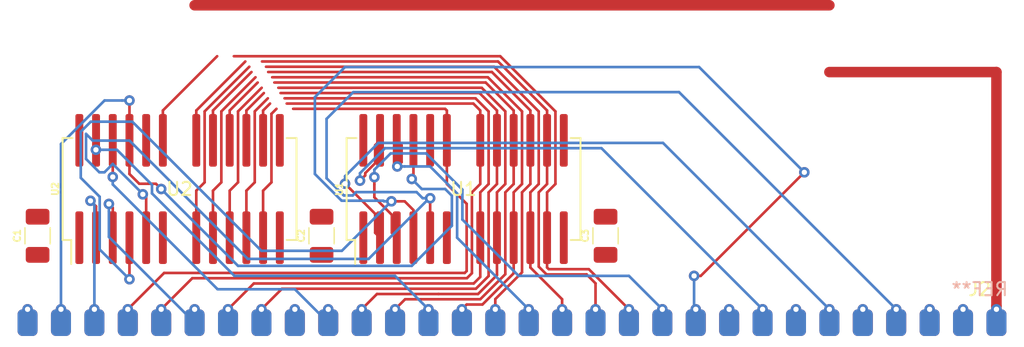
<source format=kicad_pcb>
(kicad_pcb (version 20171130) (host pcbnew "(5.0.0-3-g0214c9d)")

  (general
    (thickness 1.6)
    (drawings 0)
    (tracks 298)
    (zones 0)
    (modules 6)
    (nets 32)
  )

  (page A4)
  (layers
    (0 F.Cu signal)
    (31 B.Cu signal)
    (32 B.Adhes user)
    (33 F.Adhes user)
    (34 B.Paste user)
    (35 F.Paste user)
    (36 B.SilkS user)
    (37 F.SilkS user)
    (38 B.Mask user)
    (39 F.Mask user)
    (40 Dwgs.User user)
    (41 Cmts.User user)
    (42 Eco1.User user)
    (43 Eco2.User user)
    (44 Edge.Cuts user)
    (45 Margin user)
    (46 B.CrtYd user)
    (47 F.CrtYd user)
    (48 B.Fab user)
    (49 F.Fab user)
  )

  (setup
    (last_trace_width 0.2)
    (user_trace_width 0.2)
    (user_trace_width 0.8)
    (trace_clearance 0.2)
    (zone_clearance 0.2)
    (zone_45_only no)
    (trace_min 0.2)
    (segment_width 0.2)
    (edge_width 0.15)
    (via_size 0.8)
    (via_drill 0.4)
    (via_min_size 0.4)
    (via_min_drill 0.3)
    (uvia_size 0.3)
    (uvia_drill 0.1)
    (uvias_allowed no)
    (uvia_min_size 0.2)
    (uvia_min_drill 0.1)
    (pcb_text_width 0.3)
    (pcb_text_size 1.5 1.5)
    (mod_edge_width 0.15)
    (mod_text_size 1 1)
    (mod_text_width 0.15)
    (pad_size 1.524 1.524)
    (pad_drill 0.762)
    (pad_to_mask_clearance 0.2)
    (aux_axis_origin 0 0)
    (visible_elements FFFFFF7F)
    (pcbplotparams
      (layerselection 0x010fc_ffffffff)
      (usegerberextensions false)
      (usegerberattributes false)
      (usegerberadvancedattributes false)
      (creategerberjobfile false)
      (excludeedgelayer true)
      (linewidth 0.100000)
      (plotframeref false)
      (viasonmask false)
      (mode 1)
      (useauxorigin false)
      (hpglpennumber 1)
      (hpglpenspeed 20)
      (hpglpendiameter 15.000000)
      (psnegative false)
      (psa4output false)
      (plotreference true)
      (plotvalue true)
      (plotinvisibletext false)
      (padsonsilk false)
      (subtractmaskfromsilk false)
      (outputformat 1)
      (mirror false)
      (drillshape 1)
      (scaleselection 1)
      (outputdirectory ""))
  )

  (net 0 "")
  (net 1 +5V)
  (net 2 /D0)
  (net 3 /D1)
  (net 4 /~WE~)
  (net 5 /~RAS~)
  (net 6 /~OE~)
  (net 7 /~CAS~)
  (net 8 /D2)
  (net 9 /D3)
  (net 10 GND)
  (net 11 /D4)
  (net 12 /D5)
  (net 13 /D6)
  (net 14 /A11)
  (net 15 /D7)
  (net 16 /QP)
  (net 17 /~CASP~)
  (net 18 /DP)
  (net 19 "Net-(U1-Pad6)")
  (net 20 "Net-(U2-Pad6)")
  (net 21 /1A0)
  (net 22 /1A1)
  (net 23 /1A2)
  (net 24 /1A3)
  (net 25 /1A4)
  (net 26 /1A5)
  (net 27 /1A6)
  (net 28 /1A7)
  (net 29 /1A8)
  (net 30 /1A10)
  (net 31 /1A9)

  (net_class Default "This is the default net class."
    (clearance 0.2)
    (trace_width 0.25)
    (via_dia 0.8)
    (via_drill 0.4)
    (uvia_dia 0.3)
    (uvia_drill 0.1)
    (add_net +5V)
    (add_net /1A0)
    (add_net /1A1)
    (add_net /1A10)
    (add_net /1A2)
    (add_net /1A3)
    (add_net /1A4)
    (add_net /1A5)
    (add_net /1A6)
    (add_net /1A7)
    (add_net /1A8)
    (add_net /1A9)
    (add_net /A11)
    (add_net /D0)
    (add_net /D1)
    (add_net /D2)
    (add_net /D3)
    (add_net /D4)
    (add_net /D5)
    (add_net /D6)
    (add_net /D7)
    (add_net /DP)
    (add_net /QP)
    (add_net /~CASP~)
    (add_net /~CAS~)
    (add_net /~OE~)
    (add_net /~RAS~)
    (add_net /~WE~)
    (add_net GND)
    (add_net "Net-(U1-Pad6)")
    (add_net "Net-(U2-Pad6)")
  )

  (module stdpads:Memory_SIMM_30 (layer F.Cu) (tedit 5C2DD7B4) (tstamp 5C2E4C79)
    (at 139.7 83.82)
    (path /5C2E1E12)
    (fp_text reference J2 (at 35.56 -2.54) (layer F.SilkS)
      (effects (font (size 1 1) (thickness 0.15)))
    )
    (fp_text value Conn_01x30 (at 0 -2.54) (layer F.Fab)
      (effects (font (size 1 1) (thickness 0.15)))
    )
    (fp_line (start -38.862 1.778) (end -38.862 -1.778) (layer B.Fab) (width 0.127))
    (fp_line (start 38.862 1.778) (end -38.862 1.778) (layer B.Fab) (width 0.127))
    (fp_text user REF** (at 35.56 -2.54) (layer B.SilkS)
      (effects (font (size 1 1) (thickness 0.15)) (justify mirror))
    )
    (fp_line (start 38.862 -1.778) (end 38.862 1.778) (layer F.Fab) (width 0.127))
    (fp_line (start 38.862 1.778) (end -38.862 1.778) (layer F.Fab) (width 0.127))
    (fp_line (start -38.862 1.778) (end -38.862 -1.778) (layer F.Fab) (width 0.127))
    (fp_line (start 38.862 -1.778) (end 38.862 1.778) (layer B.Fab) (width 0.127))
    (pad 1 smd roundrect (at -36.83 0) (size 1.524 2.032) (layers B.Cu B.Mask) (roundrect_rratio 0.25)
      (net 1 +5V))
    (pad 1 smd roundrect (at -36.83 0) (size 1.524 2.032) (layers F.Cu F.Mask) (roundrect_rratio 0.25)
      (net 1 +5V))
    (pad 2 smd roundrect (at -34.29 0) (size 1.524 2.032) (layers B.Cu B.Mask) (roundrect_rratio 0.25)
      (net 7 /~CAS~))
    (pad 3 smd roundrect (at -31.75 0) (size 1.524 2.032) (layers B.Cu B.Mask) (roundrect_rratio 0.25)
      (net 2 /D0))
    (pad 4 smd roundrect (at -29.21 0) (size 1.524 2.032) (layers B.Cu B.Mask) (roundrect_rratio 0.25)
      (net 31 /1A9))
    (pad 5 smd roundrect (at -26.67 0) (size 1.524 2.032) (layers B.Cu B.Mask) (roundrect_rratio 0.25)
      (net 29 /1A8))
    (pad 6 smd roundrect (at -24.13 0) (size 1.524 2.032) (layers B.Cu B.Mask) (roundrect_rratio 0.25)
      (net 3 /D1))
    (pad 7 smd roundrect (at -21.59 0) (size 1.524 2.032) (layers B.Cu B.Mask) (roundrect_rratio 0.25)
      (net 30 /1A10))
    (pad 8 smd roundrect (at -19.05 0) (size 1.524 2.032) (layers B.Cu B.Mask) (roundrect_rratio 0.25)
      (net 28 /1A7))
    (pad 9 smd roundrect (at -16.51 0) (size 1.524 2.032) (layers B.Cu B.Mask) (roundrect_rratio 0.25)
      (net 10 GND))
    (pad 10 smd roundrect (at -13.97 0) (size 1.524 2.032) (layers B.Cu B.Mask) (roundrect_rratio 0.25)
      (net 8 /D2))
    (pad 11 smd roundrect (at -11.43 0) (size 1.524 2.032) (layers B.Cu B.Mask) (roundrect_rratio 0.25)
      (net 21 /1A0))
    (pad 12 smd roundrect (at -8.89 0) (size 1.524 2.032) (layers B.Cu B.Mask) (roundrect_rratio 0.25)
      (net 27 /1A6))
    (pad 13 smd roundrect (at -6.35 0) (size 1.524 2.032) (layers B.Cu B.Mask) (roundrect_rratio 0.25)
      (net 9 /D3))
    (pad 14 smd roundrect (at -3.81 0) (size 1.524 2.032) (layers B.Cu B.Mask) (roundrect_rratio 0.25)
      (net 22 /1A1))
    (pad 15 smd roundrect (at -1.27 0) (size 1.524 2.032) (layers B.Cu B.Mask) (roundrect_rratio 0.25)
      (net 26 /1A5))
    (pad 16 smd roundrect (at 1.27 0) (size 1.524 2.032) (layers B.Cu B.Mask) (roundrect_rratio 0.25)
      (net 11 /D4))
    (pad 17 smd roundrect (at 3.81 0) (size 1.524 2.032) (layers B.Cu B.Mask) (roundrect_rratio 0.25)
      (net 23 /1A2))
    (pad 18 smd roundrect (at 6.35 0) (size 1.524 2.032) (layers B.Cu B.Mask) (roundrect_rratio 0.25)
      (net 25 /1A4))
    (pad 19 smd roundrect (at 8.89 0) (size 1.524 2.032) (layers B.Cu B.Mask) (roundrect_rratio 0.25)
      (net 24 /1A3))
    (pad 20 smd roundrect (at 11.43 0) (size 1.524 2.032) (layers B.Cu B.Mask) (roundrect_rratio 0.25)
      (net 12 /D5))
    (pad 21 smd roundrect (at 13.97 0) (size 1.524 2.032) (layers B.Cu B.Mask) (roundrect_rratio 0.25)
      (net 4 /~WE~))
    (pad 22 smd roundrect (at 16.51 0) (size 1.524 2.032) (layers B.Cu B.Mask) (roundrect_rratio 0.25)
      (net 10 GND))
    (pad 23 smd roundrect (at 19.05 0) (size 1.524 2.032) (layers B.Cu B.Mask) (roundrect_rratio 0.25)
      (net 13 /D6))
    (pad 24 smd roundrect (at 21.59 0) (size 1.524 2.032) (layers B.Cu B.Mask) (roundrect_rratio 0.25)
      (net 14 /A11))
    (pad 25 smd roundrect (at 24.13 0) (size 1.524 2.032) (layers B.Cu B.Mask) (roundrect_rratio 0.25)
      (net 15 /D7))
    (pad 26 smd roundrect (at 26.67 0) (size 1.524 2.032) (layers B.Cu B.Mask) (roundrect_rratio 0.25)
      (net 16 /QP))
    (pad 27 smd roundrect (at 29.21 0) (size 1.524 2.032) (layers B.Cu B.Mask) (roundrect_rratio 0.25)
      (net 5 /~RAS~))
    (pad 28 smd roundrect (at 31.75 0) (size 1.524 2.032) (layers B.Cu B.Mask) (roundrect_rratio 0.25)
      (net 17 /~CASP~))
    (pad 29 smd roundrect (at 34.29 0) (size 1.524 2.032) (layers B.Cu B.Mask) (roundrect_rratio 0.25)
      (net 18 /DP))
    (pad 30 smd roundrect (at 36.83 0) (size 1.524 2.032) (layers B.Cu B.Mask) (roundrect_rratio 0.25)
      (net 1 +5V))
    (pad 2 smd roundrect (at -34.29 0) (size 1.524 2.032) (layers F.Cu F.Mask) (roundrect_rratio 0.25)
      (net 7 /~CAS~))
    (pad 3 thru_hole circle (at -31.75 -1.016) (size 0.8 0.8) (drill 0.4) (layers *.Cu *.Mask)
      (net 2 /D0))
    (pad 11 smd roundrect (at -11.43 0) (size 1.524 2.032) (layers F.Cu F.Mask) (roundrect_rratio 0.25)
      (net 21 /1A0))
    (pad 5 smd roundrect (at -26.67 0) (size 1.524 2.032) (layers F.Cu F.Mask) (roundrect_rratio 0.25)
      (net 29 /1A8))
    (pad 12 smd roundrect (at -8.89 0) (size 1.524 2.032) (layers F.Cu F.Mask) (roundrect_rratio 0.25)
      (net 27 /1A6))
    (pad 26 smd roundrect (at 26.67 0) (size 1.524 2.032) (layers F.Cu F.Mask) (roundrect_rratio 0.25)
      (net 16 /QP))
    (pad 13 smd roundrect (at -6.35 0) (size 1.524 2.032) (layers F.Cu F.Mask) (roundrect_rratio 0.25)
      (net 9 /D3))
    (pad 14 smd roundrect (at -3.81 0) (size 1.524 2.032) (layers F.Cu F.Mask) (roundrect_rratio 0.25)
      (net 22 /1A1))
    (pad 4 smd roundrect (at -29.21 0) (size 1.524 2.032) (layers F.Cu F.Mask) (roundrect_rratio 0.25)
      (net 31 /1A9))
    (pad 29 smd roundrect (at 34.29 0) (size 1.524 2.032) (layers F.Cu F.Mask) (roundrect_rratio 0.25)
      (net 18 /DP))
    (pad 3 smd roundrect (at -31.75 0) (size 1.524 2.032) (layers F.Cu F.Mask) (roundrect_rratio 0.25)
      (net 2 /D0))
    (pad 24 smd roundrect (at 21.59 0) (size 1.524 2.032) (layers F.Cu F.Mask) (roundrect_rratio 0.25)
      (net 14 /A11))
    (pad 16 smd roundrect (at 1.27 0) (size 1.524 2.032) (layers F.Cu F.Mask) (roundrect_rratio 0.25)
      (net 11 /D4))
    (pad 20 smd roundrect (at 11.43 0) (size 1.524 2.032) (layers F.Cu F.Mask) (roundrect_rratio 0.25)
      (net 12 /D5))
    (pad 23 smd roundrect (at 19.05 0) (size 1.524 2.032) (layers F.Cu F.Mask) (roundrect_rratio 0.25)
      (net 13 /D6))
    (pad 9 smd roundrect (at -16.51 0) (size 1.524 2.032) (layers F.Cu F.Mask) (roundrect_rratio 0.25)
      (net 10 GND))
    (pad 18 smd roundrect (at 6.35 0) (size 1.524 2.032) (layers F.Cu F.Mask) (roundrect_rratio 0.25)
      (net 25 /1A4))
    (pad 21 smd roundrect (at 13.97 0) (size 1.524 2.032) (layers F.Cu F.Mask) (roundrect_rratio 0.25)
      (net 4 /~WE~))
    (pad 19 smd roundrect (at 8.89 0) (size 1.524 2.032) (layers F.Cu F.Mask) (roundrect_rratio 0.25)
      (net 24 /1A3))
    (pad 10 smd roundrect (at -13.97 0) (size 1.524 2.032) (layers F.Cu F.Mask) (roundrect_rratio 0.25)
      (net 8 /D2))
    (pad 22 smd roundrect (at 16.51 0) (size 1.524 2.032) (layers F.Cu F.Mask) (roundrect_rratio 0.25)
      (net 10 GND))
    (pad 6 smd roundrect (at -24.13 0) (size 1.524 2.032) (layers F.Cu F.Mask) (roundrect_rratio 0.25)
      (net 3 /D1))
    (pad 17 smd roundrect (at 3.81 0) (size 1.524 2.032) (layers F.Cu F.Mask) (roundrect_rratio 0.25)
      (net 23 /1A2))
    (pad 7 smd roundrect (at -21.59 0) (size 1.524 2.032) (layers F.Cu F.Mask) (roundrect_rratio 0.25)
      (net 30 /1A10))
    (pad 8 smd roundrect (at -19.05 0) (size 1.524 2.032) (layers F.Cu F.Mask) (roundrect_rratio 0.25)
      (net 28 /1A7))
    (pad 27 smd roundrect (at 29.21 0) (size 1.524 2.032) (layers F.Cu F.Mask) (roundrect_rratio 0.25)
      (net 5 /~RAS~))
    (pad 28 smd roundrect (at 31.75 0) (size 1.524 2.032) (layers F.Cu) (roundrect_rratio 0.25)
      (net 17 /~CASP~))
    (pad 30 smd roundrect (at 36.83 0) (size 1.524 2.032) (layers F.Cu F.Mask) (roundrect_rratio 0.25)
      (net 1 +5V))
    (pad 15 smd roundrect (at -1.27 0) (size 1.524 2.032) (layers F.Cu F.Mask) (roundrect_rratio 0.25)
      (net 26 /1A5))
    (pad 25 smd roundrect (at 24.13 0) (size 1.524 2.032) (layers F.Cu F.Mask) (roundrect_rratio 0.25)
      (net 15 /D7))
    (pad 2 thru_hole circle (at -34.29 -1.016) (size 0.8 0.8) (drill 0.4) (layers *.Cu *.Mask)
      (net 7 /~CAS~))
    (pad 1 thru_hole circle (at -36.83 -1.016) (size 0.8 0.8) (drill 0.4) (layers *.Cu *.Mask)
      (net 1 +5V))
    (pad 5 thru_hole circle (at -26.67 -1.016) (size 0.8 0.8) (drill 0.4) (layers *.Cu *.Mask)
      (net 29 /1A8))
    (pad 4 thru_hole circle (at -29.21 -1.016) (size 0.8 0.8) (drill 0.4) (layers *.Cu *.Mask)
      (net 31 /1A9))
    (pad 6 thru_hole circle (at -24.13 -1.016) (size 0.8 0.8) (drill 0.4) (layers *.Cu *.Mask)
      (net 3 /D1))
    (pad 7 thru_hole circle (at -21.59 -1.016) (size 0.8 0.8) (drill 0.4) (layers *.Cu *.Mask)
      (net 30 /1A10))
    (pad 9 thru_hole circle (at -16.51 -1.016) (size 0.8 0.8) (drill 0.4) (layers *.Cu *.Mask)
      (net 10 GND))
    (pad 8 thru_hole circle (at -19.05 -1.016) (size 0.8 0.8) (drill 0.4) (layers *.Cu *.Mask)
      (net 28 /1A7))
    (pad 11 thru_hole circle (at -11.43 -1.016) (size 0.8 0.8) (drill 0.4) (layers *.Cu *.Mask)
      (net 21 /1A0))
    (pad 10 thru_hole circle (at -13.97 -1.016) (size 0.8 0.8) (drill 0.4) (layers *.Cu *.Mask)
      (net 8 /D2))
    (pad 12 thru_hole circle (at -8.89 -1.016) (size 0.8 0.8) (drill 0.4) (layers *.Cu *.Mask)
      (net 27 /1A6))
    (pad 14 thru_hole circle (at -3.81 -1.016) (size 0.8 0.8) (drill 0.4) (layers *.Cu *.Mask)
      (net 22 /1A1))
    (pad 13 thru_hole circle (at -6.35 -1.016) (size 0.8 0.8) (drill 0.4) (layers *.Cu *.Mask)
      (net 9 /D3))
    (pad 15 thru_hole circle (at -1.27 -1.016) (size 0.8 0.8) (drill 0.4) (layers *.Cu *.Mask)
      (net 26 /1A5))
    (pad 17 thru_hole circle (at 3.81 -1.016) (size 0.8 0.8) (drill 0.4) (layers *.Cu *.Mask)
      (net 23 /1A2))
    (pad 16 thru_hole circle (at 1.27 -1.016) (size 0.8 0.8) (drill 0.4) (layers *.Cu *.Mask)
      (net 11 /D4))
    (pad 18 thru_hole circle (at 6.35 -1.016) (size 0.8 0.8) (drill 0.4) (layers *.Cu *.Mask)
      (net 25 /1A4))
    (pad 27 thru_hole circle (at 29.21 -1.016) (size 0.8 0.8) (drill 0.4) (layers *.Cu *.Mask)
      (net 5 /~RAS~))
    (pad 26 thru_hole circle (at 26.67 -1.016) (size 0.8 0.8) (drill 0.4) (layers *.Cu *.Mask)
      (net 16 /QP))
    (pad 28 thru_hole circle (at 31.75 -1.016) (size 0.8 0.8) (drill 0.4) (layers *.Cu *.Mask)
      (net 17 /~CASP~))
    (pad 21 thru_hole circle (at 13.97 -1.016) (size 0.8 0.8) (drill 0.4) (layers *.Cu *.Mask)
      (net 4 /~WE~))
    (pad 20 thru_hole circle (at 11.43 -1.016) (size 0.8 0.8) (drill 0.4) (layers *.Cu *.Mask)
      (net 12 /D5))
    (pad 22 thru_hole circle (at 16.51 -1.016) (size 0.8 0.8) (drill 0.4) (layers *.Cu *.Mask)
      (net 10 GND))
    (pad 24 thru_hole circle (at 21.59 -1.016) (size 0.8 0.8) (drill 0.4) (layers *.Cu *.Mask)
      (net 14 /A11))
    (pad 23 thru_hole circle (at 19.05 -1.016) (size 0.8 0.8) (drill 0.4) (layers *.Cu *.Mask)
      (net 13 /D6))
    (pad 25 thru_hole circle (at 24.13 -1.016) (size 0.8 0.8) (drill 0.4) (layers *.Cu *.Mask)
      (net 15 /D7))
    (pad 19 thru_hole circle (at 8.89 -1.016) (size 0.8 0.8) (drill 0.4) (layers *.Cu *.Mask)
      (net 24 /1A3))
    (pad 29 thru_hole circle (at 34.29 -1.016) (size 0.8 0.8) (drill 0.4) (layers *.Cu *.Mask)
      (net 18 /DP))
    (pad 30 thru_hole circle (at 36.83 -1.016) (size 0.8 0.8) (drill 0.4) (layers *.Cu *.Mask)
      (net 1 +5V))
  )

  (module stdpads:SOJ-24-26-300mil (layer F.Cu) (tedit 5C2E9DB8) (tstamp 5C3C10BA)
    (at 114.427 73.66 90)
    (path /5C2E285B)
    (attr smd)
    (fp_text reference U2 (at 0 -9.4488 90) (layer F.SilkS)
      (effects (font (size 0.508 0.508) (thickness 0.127)))
    )
    (fp_text value 511400 (at 0 9.4742 90) (layer F.Fab)
      (effects (font (size 0.508 0.508) (thickness 0.127)))
    )
    (fp_text user %R (at 0 0 180) (layer F.SilkS)
      (effects (font (size 1 1) (thickness 0.15)))
    )
    (fp_line (start -2.75 -8.715) (end 3.75 -8.715) (layer F.Fab) (width 0.15))
    (fp_line (start 3.75 -8.715) (end 3.75 8.715) (layer F.Fab) (width 0.15))
    (fp_line (start 3.75 8.715) (end -3.75 8.715) (layer F.Fab) (width 0.15))
    (fp_line (start -3.75 8.715) (end -3.75 -7.715) (layer F.Fab) (width 0.15))
    (fp_line (start -3.75 -7.715) (end -2.75 -8.715) (layer F.Fab) (width 0.15))
    (fp_line (start -5.95 -9.065) (end -5.95 9.065) (layer F.CrtYd) (width 0.05))
    (fp_line (start 5.95 -9.065) (end 5.95 9.065) (layer F.CrtYd) (width 0.05))
    (fp_line (start -5.95 -9.065) (end 5.95 -9.065) (layer F.CrtYd) (width 0.05))
    (fp_line (start -5.95 9.065) (end 5.95 9.065) (layer F.CrtYd) (width 0.05))
    (fp_line (start -3.875 -8.89) (end -3.875 -8.24) (layer F.SilkS) (width 0.15))
    (fp_line (start 3.875 -8.89) (end 3.875 -8.145) (layer F.SilkS) (width 0.15))
    (fp_line (start 3.875 8.89) (end 3.875 8.145) (layer F.SilkS) (width 0.15))
    (fp_line (start -3.875 8.89) (end -3.875 8.145) (layer F.SilkS) (width 0.15))
    (fp_line (start -3.875 -8.89) (end 3.875 -8.89) (layer F.SilkS) (width 0.15))
    (fp_line (start -3.875 8.89) (end 3.875 8.89) (layer F.SilkS) (width 0.15))
    (fp_line (start -3.875 -8.24) (end -5.7 -8.24) (layer F.SilkS) (width 0.15))
    (pad 8 smd roundrect (at -3.7 1.27 90) (size 4 0.6) (layers F.Cu F.Paste F.Mask) (roundrect_rratio 0.25)
      (net 23 /1A2))
    (pad 19 smd roundrect (at 3.7 1.27 90) (size 4 0.6) (layers F.Cu F.Paste F.Mask) (roundrect_rratio 0.25)
      (net 25 /1A4))
    (pad 6 smd roundrect (at -3.7 -1.27 90) (size 4 0.6) (layers F.Cu F.Paste F.Mask) (roundrect_rratio 0.25)
      (net 20 "Net-(U2-Pad6)"))
    (pad 21 smd roundrect (at 3.7 -1.27 90) (size 4 0.6) (layers F.Cu F.Paste F.Mask) (roundrect_rratio 0.25)
      (net 24 /1A3))
    (pad 1 smd roundrect (at -3.7 -7.62 90) (size 4 0.6) (layers F.Cu F.Paste F.Mask) (roundrect_rratio 0.25)
      (net 1 +5V))
    (pad 2 smd roundrect (at -3.7 -6.35 90) (size 4 0.6) (layers F.Cu F.Paste F.Mask) (roundrect_rratio 0.25)
      (net 2 /D0))
    (pad 3 smd roundrect (at -3.7 -5.08 90) (size 4 0.6) (layers F.Cu F.Paste F.Mask) (roundrect_rratio 0.25)
      (net 3 /D1))
    (pad 4 smd roundrect (at -3.7 -3.81 90) (size 4 0.6) (layers F.Cu F.Paste F.Mask) (roundrect_rratio 0.25)
      (net 4 /~WE~))
    (pad 5 smd roundrect (at -3.7 -2.54 90) (size 4 0.6) (layers F.Cu F.Paste F.Mask) (roundrect_rratio 0.25)
      (net 5 /~RAS~))
    (pad 9 smd roundrect (at -3.7 2.54 90) (size 4 0.6) (layers F.Cu F.Paste F.Mask) (roundrect_rratio 0.25)
      (net 22 /1A1))
    (pad 10 smd roundrect (at -3.7 3.81 90) (size 4 0.6) (layers F.Cu F.Paste F.Mask) (roundrect_rratio 0.25)
      (net 21 /1A0))
    (pad 11 smd roundrect (at -3.7 5.08 90) (size 4 0.6) (layers F.Cu F.Paste F.Mask) (roundrect_rratio 0.25)
      (net 30 /1A10))
    (pad 12 smd roundrect (at -3.7 6.35 90) (size 4 0.6) (layers F.Cu F.Paste F.Mask) (roundrect_rratio 0.25)
      (net 31 /1A9))
    (pad 13 smd roundrect (at -3.7 7.62 90) (size 4 0.6) (layers F.Cu F.Paste F.Mask) (roundrect_rratio 0.25)
      (net 1 +5V))
    (pad 15 smd roundrect (at 3.7 6.35 90) (size 4 0.6) (layers F.Cu F.Paste F.Mask) (roundrect_rratio 0.25)
      (net 29 /1A8))
    (pad 16 smd roundrect (at 3.7 5.08 90) (size 4 0.6) (layers F.Cu F.Paste F.Mask) (roundrect_rratio 0.25)
      (net 28 /1A7))
    (pad 17 smd roundrect (at 3.7 3.81 90) (size 4 0.6) (layers F.Cu F.Paste F.Mask) (roundrect_rratio 0.25)
      (net 27 /1A6))
    (pad 18 smd roundrect (at 3.7 2.54 90) (size 4 0.6) (layers F.Cu F.Paste F.Mask) (roundrect_rratio 0.25)
      (net 26 /1A5))
    (pad 22 smd roundrect (at 3.7 -2.54 90) (size 4 0.6) (layers F.Cu F.Paste F.Mask) (roundrect_rratio 0.25)
      (net 6 /~OE~))
    (pad 23 smd roundrect (at 3.7 -3.81 90) (size 4 0.6) (layers F.Cu F.Paste F.Mask) (roundrect_rratio 0.25)
      (net 7 /~CAS~))
    (pad 24 smd roundrect (at 3.7 -5.08 90) (size 4 0.6) (layers F.Cu F.Paste F.Mask) (roundrect_rratio 0.25)
      (net 8 /D2))
    (pad 25 smd roundrect (at 3.7 -6.35 90) (size 4 0.6) (layers F.Cu F.Paste F.Mask) (roundrect_rratio 0.25)
      (net 9 /D3))
    (pad 26 smd roundrect (at 3.7 -7.62 90) (size 4 0.6) (layers F.Cu F.Paste F.Mask) (roundrect_rratio 0.25)
      (net 10 GND))
    (pad 14 smd roundrect (at 3.7 7.62 90) (size 4 0.6) (layers F.Cu F.Paste F.Mask) (roundrect_rratio 0.25)
      (net 10 GND))
    (model ${KISYS3DMOD}/Package_SO.3dshapes/SOIC-28W_7.5x17.9mm_P1.27mm.wrl
      (offset (xyz 0 0.635 0))
      (scale (xyz 1 1 1))
      (rotate (xyz 0 0 0))
    )
  )

  (module stdpads:SOJ-24-26-300mil (layer F.Cu) (tedit 5C2E9DAE) (tstamp 5C2EC061)
    (at 136.017 73.66 90)
    (path /5C2E22F1)
    (attr smd)
    (fp_text reference U1 (at 0 -9.4488 90) (layer F.SilkS)
      (effects (font (size 0.508 0.508) (thickness 0.127)))
    )
    (fp_text value 511400 (at 0 9.4742 90) (layer F.Fab)
      (effects (font (size 0.508 0.508) (thickness 0.127)))
    )
    (fp_line (start -3.875 -8.24) (end -5.7 -8.24) (layer F.SilkS) (width 0.15))
    (fp_line (start -3.875 8.89) (end 3.875 8.89) (layer F.SilkS) (width 0.15))
    (fp_line (start -3.875 -8.89) (end 3.875 -8.89) (layer F.SilkS) (width 0.15))
    (fp_line (start -3.875 8.89) (end -3.875 8.145) (layer F.SilkS) (width 0.15))
    (fp_line (start 3.875 8.89) (end 3.875 8.145) (layer F.SilkS) (width 0.15))
    (fp_line (start 3.875 -8.89) (end 3.875 -8.145) (layer F.SilkS) (width 0.15))
    (fp_line (start -3.875 -8.89) (end -3.875 -8.24) (layer F.SilkS) (width 0.15))
    (fp_line (start -5.95 9.065) (end 5.95 9.065) (layer F.CrtYd) (width 0.05))
    (fp_line (start -5.95 -9.065) (end 5.95 -9.065) (layer F.CrtYd) (width 0.05))
    (fp_line (start 5.95 -9.065) (end 5.95 9.065) (layer F.CrtYd) (width 0.05))
    (fp_line (start -5.95 -9.065) (end -5.95 9.065) (layer F.CrtYd) (width 0.05))
    (fp_line (start -3.75 -7.715) (end -2.75 -8.715) (layer F.Fab) (width 0.15))
    (fp_line (start -3.75 8.715) (end -3.75 -7.715) (layer F.Fab) (width 0.15))
    (fp_line (start 3.75 8.715) (end -3.75 8.715) (layer F.Fab) (width 0.15))
    (fp_line (start 3.75 -8.715) (end 3.75 8.715) (layer F.Fab) (width 0.15))
    (fp_line (start -2.75 -8.715) (end 3.75 -8.715) (layer F.Fab) (width 0.15))
    (fp_text user %R (at 0 0 180) (layer F.SilkS)
      (effects (font (size 1 1) (thickness 0.15)))
    )
    (pad 14 smd roundrect (at 3.7 7.62 90) (size 4 0.6) (layers F.Cu F.Paste F.Mask) (roundrect_rratio 0.25)
      (net 10 GND))
    (pad 26 smd roundrect (at 3.7 -7.62 90) (size 4 0.6) (layers F.Cu F.Paste F.Mask) (roundrect_rratio 0.25)
      (net 10 GND))
    (pad 25 smd roundrect (at 3.7 -6.35 90) (size 4 0.6) (layers F.Cu F.Paste F.Mask) (roundrect_rratio 0.25)
      (net 13 /D6))
    (pad 24 smd roundrect (at 3.7 -5.08 90) (size 4 0.6) (layers F.Cu F.Paste F.Mask) (roundrect_rratio 0.25)
      (net 11 /D4))
    (pad 23 smd roundrect (at 3.7 -3.81 90) (size 4 0.6) (layers F.Cu F.Paste F.Mask) (roundrect_rratio 0.25)
      (net 7 /~CAS~))
    (pad 22 smd roundrect (at 3.7 -2.54 90) (size 4 0.6) (layers F.Cu F.Paste F.Mask) (roundrect_rratio 0.25)
      (net 6 /~OE~))
    (pad 18 smd roundrect (at 3.7 2.54 90) (size 4 0.6) (layers F.Cu F.Paste F.Mask) (roundrect_rratio 0.25)
      (net 28 /1A7))
    (pad 17 smd roundrect (at 3.7 3.81 90) (size 4 0.6) (layers F.Cu F.Paste F.Mask) (roundrect_rratio 0.25)
      (net 27 /1A6))
    (pad 16 smd roundrect (at 3.7 5.08 90) (size 4 0.6) (layers F.Cu F.Paste F.Mask) (roundrect_rratio 0.25)
      (net 26 /1A5))
    (pad 15 smd roundrect (at 3.7 6.35 90) (size 4 0.6) (layers F.Cu F.Paste F.Mask) (roundrect_rratio 0.25)
      (net 25 /1A4))
    (pad 13 smd roundrect (at -3.7 7.62 90) (size 4 0.6) (layers F.Cu F.Paste F.Mask) (roundrect_rratio 0.25)
      (net 1 +5V))
    (pad 12 smd roundrect (at -3.7 6.35 90) (size 4 0.6) (layers F.Cu F.Paste F.Mask) (roundrect_rratio 0.25)
      (net 24 /1A3))
    (pad 11 smd roundrect (at -3.7 5.08 90) (size 4 0.6) (layers F.Cu F.Paste F.Mask) (roundrect_rratio 0.25)
      (net 23 /1A2))
    (pad 10 smd roundrect (at -3.7 3.81 90) (size 4 0.6) (layers F.Cu F.Paste F.Mask) (roundrect_rratio 0.25)
      (net 22 /1A1))
    (pad 9 smd roundrect (at -3.7 2.54 90) (size 4 0.6) (layers F.Cu F.Paste F.Mask) (roundrect_rratio 0.25)
      (net 21 /1A0))
    (pad 5 smd roundrect (at -3.7 -2.54 90) (size 4 0.6) (layers F.Cu F.Paste F.Mask) (roundrect_rratio 0.25)
      (net 5 /~RAS~))
    (pad 4 smd roundrect (at -3.7 -3.81 90) (size 4 0.6) (layers F.Cu F.Paste F.Mask) (roundrect_rratio 0.25)
      (net 4 /~WE~))
    (pad 3 smd roundrect (at -3.7 -5.08 90) (size 4 0.6) (layers F.Cu F.Paste F.Mask) (roundrect_rratio 0.25)
      (net 12 /D5))
    (pad 2 smd roundrect (at -3.7 -6.35 90) (size 4 0.6) (layers F.Cu F.Paste F.Mask) (roundrect_rratio 0.25)
      (net 15 /D7))
    (pad 1 smd roundrect (at -3.7 -7.62 90) (size 4 0.6) (layers F.Cu F.Paste F.Mask) (roundrect_rratio 0.25)
      (net 1 +5V))
    (pad 21 smd roundrect (at 3.7 -1.27 90) (size 4 0.6) (layers F.Cu F.Paste F.Mask) (roundrect_rratio 0.25)
      (net 31 /1A9))
    (pad 6 smd roundrect (at -3.7 -1.27 90) (size 4 0.6) (layers F.Cu F.Paste F.Mask) (roundrect_rratio 0.25)
      (net 19 "Net-(U1-Pad6)"))
    (pad 19 smd roundrect (at 3.7 1.27 90) (size 4 0.6) (layers F.Cu F.Paste F.Mask) (roundrect_rratio 0.25)
      (net 29 /1A8))
    (pad 8 smd roundrect (at -3.7 1.27 90) (size 4 0.6) (layers F.Cu F.Paste F.Mask) (roundrect_rratio 0.25)
      (net 30 /1A10))
    (model ${KISYS3DMOD}/Package_SO.3dshapes/SOIC-28W_7.5x17.9mm_P1.27mm.wrl
      (offset (xyz 0 0.635 0))
      (scale (xyz 1 1 1))
      (rotate (xyz 0 0 0))
    )
  )

  (module stdpads:C_1206 (layer F.Cu) (tedit 5BDBB3F6) (tstamp 5C3AF27A)
    (at 103.632 77.216 90)
    (tags capacitor)
    (path /5C2E290A)
    (attr smd)
    (fp_text reference C1 (at 0 -1.55 90) (layer F.SilkS)
      (effects (font (size 0.508 0.508) (thickness 0.127)))
    )
    (fp_text value 100n (at 0 0.5 90) (layer F.Fab) hide
      (effects (font (size 0.254 0.254) (thickness 0.0635)))
    )
    (fp_text user %R (at 0 0 90) (layer F.Fab)
      (effects (font (size 0.508 0.508) (thickness 0.127)))
    )
    (fp_line (start 2.35 1.2) (end -2.35 1.2) (layer F.CrtYd) (width 0.05))
    (fp_line (start 2.35 -1.2) (end 2.35 1.2) (layer F.CrtYd) (width 0.05))
    (fp_line (start -2.35 -1.2) (end 2.35 -1.2) (layer F.CrtYd) (width 0.05))
    (fp_line (start -2.35 1.2) (end -2.35 -1.2) (layer F.CrtYd) (width 0.05))
    (fp_line (start -0.602064 0.96) (end 0.602064 0.96) (layer F.SilkS) (width 0.12))
    (fp_line (start -0.602064 -0.96) (end 0.602064 -0.96) (layer F.SilkS) (width 0.12))
    (fp_line (start 1.6 0.8) (end -1.6 0.8) (layer F.Fab) (width 0.2))
    (fp_line (start 1.6 -0.8) (end 1.6 0.8) (layer F.Fab) (width 0.1))
    (fp_line (start -1.6 -0.8) (end 1.6 -0.8) (layer F.Fab) (width 0.2))
    (fp_line (start -1.6 0.8) (end -1.6 -0.8) (layer F.Fab) (width 0.1))
    (pad 2 smd roundrect (at 1.45 0 90) (size 1.2 1.8) (layers F.Cu F.Paste F.Mask) (roundrect_rratio 0.2)
      (net 10 GND))
    (pad 1 smd roundrect (at -1.45 0 90) (size 1.2 1.8) (layers F.Cu F.Paste F.Mask) (roundrect_rratio 0.2)
      (net 1 +5V))
    (model ${KISYS3DMOD}/Capacitor_SMD.3dshapes/C_1206_3216Metric.wrl
      (at (xyz 0 0 0))
      (scale (xyz 1 1 1))
      (rotate (xyz 0 0 0))
    )
  )

  (module stdpads:C_1206 (layer F.Cu) (tedit 5BDBB3F6) (tstamp 5C3AF28B)
    (at 125.222 77.216 90)
    (tags capacitor)
    (path /5C2E296A)
    (attr smd)
    (fp_text reference C2 (at 0 -1.55 90) (layer F.SilkS)
      (effects (font (size 0.508 0.508) (thickness 0.127)))
    )
    (fp_text value 100n (at 0 0.5 90) (layer F.Fab) hide
      (effects (font (size 0.254 0.254) (thickness 0.0635)))
    )
    (fp_line (start -1.6 0.8) (end -1.6 -0.8) (layer F.Fab) (width 0.1))
    (fp_line (start -1.6 -0.8) (end 1.6 -0.8) (layer F.Fab) (width 0.2))
    (fp_line (start 1.6 -0.8) (end 1.6 0.8) (layer F.Fab) (width 0.1))
    (fp_line (start 1.6 0.8) (end -1.6 0.8) (layer F.Fab) (width 0.2))
    (fp_line (start -0.602064 -0.96) (end 0.602064 -0.96) (layer F.SilkS) (width 0.12))
    (fp_line (start -0.602064 0.96) (end 0.602064 0.96) (layer F.SilkS) (width 0.12))
    (fp_line (start -2.35 1.2) (end -2.35 -1.2) (layer F.CrtYd) (width 0.05))
    (fp_line (start -2.35 -1.2) (end 2.35 -1.2) (layer F.CrtYd) (width 0.05))
    (fp_line (start 2.35 -1.2) (end 2.35 1.2) (layer F.CrtYd) (width 0.05))
    (fp_line (start 2.35 1.2) (end -2.35 1.2) (layer F.CrtYd) (width 0.05))
    (fp_text user %R (at 0 0 90) (layer F.Fab)
      (effects (font (size 0.508 0.508) (thickness 0.127)))
    )
    (pad 1 smd roundrect (at -1.45 0 90) (size 1.2 1.8) (layers F.Cu F.Paste F.Mask) (roundrect_rratio 0.2)
      (net 1 +5V))
    (pad 2 smd roundrect (at 1.45 0 90) (size 1.2 1.8) (layers F.Cu F.Paste F.Mask) (roundrect_rratio 0.2)
      (net 10 GND))
    (model ${KISYS3DMOD}/Capacitor_SMD.3dshapes/C_1206_3216Metric.wrl
      (at (xyz 0 0 0))
      (scale (xyz 1 1 1))
      (rotate (xyz 0 0 0))
    )
  )

  (module stdpads:C_1206 (layer F.Cu) (tedit 5BDBB3F6) (tstamp 5C3AF6E6)
    (at 146.812 77.216 90)
    (tags capacitor)
    (path /5C2EDC35)
    (attr smd)
    (fp_text reference C3 (at 0 -1.55 90) (layer F.SilkS)
      (effects (font (size 0.508 0.508) (thickness 0.127)))
    )
    (fp_text value 100n (at 0 0.5 90) (layer F.Fab) hide
      (effects (font (size 0.254 0.254) (thickness 0.0635)))
    )
    (fp_text user %R (at 0 0 90) (layer F.Fab)
      (effects (font (size 0.508 0.508) (thickness 0.127)))
    )
    (fp_line (start 2.35 1.2) (end -2.35 1.2) (layer F.CrtYd) (width 0.05))
    (fp_line (start 2.35 -1.2) (end 2.35 1.2) (layer F.CrtYd) (width 0.05))
    (fp_line (start -2.35 -1.2) (end 2.35 -1.2) (layer F.CrtYd) (width 0.05))
    (fp_line (start -2.35 1.2) (end -2.35 -1.2) (layer F.CrtYd) (width 0.05))
    (fp_line (start -0.602064 0.96) (end 0.602064 0.96) (layer F.SilkS) (width 0.12))
    (fp_line (start -0.602064 -0.96) (end 0.602064 -0.96) (layer F.SilkS) (width 0.12))
    (fp_line (start 1.6 0.8) (end -1.6 0.8) (layer F.Fab) (width 0.2))
    (fp_line (start 1.6 -0.8) (end 1.6 0.8) (layer F.Fab) (width 0.1))
    (fp_line (start -1.6 -0.8) (end 1.6 -0.8) (layer F.Fab) (width 0.2))
    (fp_line (start -1.6 0.8) (end -1.6 -0.8) (layer F.Fab) (width 0.1))
    (pad 2 smd roundrect (at 1.45 0 90) (size 1.2 1.8) (layers F.Cu F.Paste F.Mask) (roundrect_rratio 0.2)
      (net 10 GND))
    (pad 1 smd roundrect (at -1.45 0 90) (size 1.2 1.8) (layers F.Cu F.Paste F.Mask) (roundrect_rratio 0.2)
      (net 1 +5V))
    (model ${KISYS3DMOD}/Capacitor_SMD.3dshapes/C_1206_3216Metric.wrl
      (at (xyz 0 0 0))
      (scale (xyz 1 1 1))
      (rotate (xyz 0 0 0))
    )
  )

  (segment (start 176.53 64.77) (end 176.53 82.55) (width 0.8) (layer F.Cu) (net 1) (tstamp 5C2E6D4C) (status 800000))
  (segment (start 115.57 59.69) (end 130.81 59.69) (width 0.8) (layer F.Cu) (net 1) (tstamp 5C2EF550))
  (segment (start 130.81 59.69) (end 148.59 59.69) (width 0.8) (layer F.Cu) (net 1) (tstamp 5C2EF54D))
  (segment (start 148.59 59.69) (end 163.83 59.69) (width 0.8) (layer F.Cu) (net 1) (tstamp 5C2EF553))
  (segment (start 163.83 64.77) (end 176.53 64.77) (width 0.8) (layer F.Cu) (net 1) (tstamp 5C2EA2D3))
  (segment (start 176.53 82.55) (end 176.53 82.804) (width 0.8) (layer F.Cu) (net 1) (tstamp 5C2E6D4E) (status C00000))
  (segment (start 108.077 77.36) (end 108.077 74.980231) (width 0.2) (layer F.Cu) (net 2))
  (segment (start 107.95 74.853231) (end 107.653613 74.556844) (width 0.2) (layer B.Cu) (net 2))
  (segment (start 108.053612 74.956843) (end 107.653613 74.556844) (width 0.2) (layer F.Cu) (net 2))
  (segment (start 108.077 74.980231) (end 108.053612 74.956843) (width 0.2) (layer F.Cu) (net 2))
  (segment (start 107.95 83.82) (end 107.95 74.853231) (width 0.2) (layer B.Cu) (net 2))
  (via (at 107.653613 74.556844) (size 0.8) (drill 0.4) (layers F.Cu B.Cu) (net 2))
  (via (at 109.053625 74.795289) (size 0.8) (drill 0.4) (layers F.Cu B.Cu) (net 3))
  (segment (start 109.347 77.36) (end 109.347 75.088664) (width 0.2) (layer F.Cu) (net 3))
  (segment (start 109.053625 77.303625) (end 109.053625 75.360974) (width 0.2) (layer B.Cu) (net 3))
  (segment (start 115.57 83.82) (end 109.053625 77.303625) (width 0.2) (layer B.Cu) (net 3))
  (segment (start 109.347 75.088664) (end 109.053625 74.795289) (width 0.2) (layer F.Cu) (net 3))
  (segment (start 109.053625 75.360974) (end 109.053625 74.795289) (width 0.2) (layer B.Cu) (net 3))
  (via (at 110.617 80.518) (size 0.8) (drill 0.4) (layers F.Cu B.Cu) (net 4))
  (segment (start 110.617 77.36) (end 110.617 80.518) (width 0.2) (layer F.Cu) (net 4))
  (segment (start 126.764381 78.359) (end 130.12838 74.995001) (width 0.2) (layer B.Cu) (net 4))
  (segment (start 131.542002 74.595002) (end 131.094064 74.595002) (width 0.2) (layer F.Cu) (net 4))
  (segment (start 110.617 80.518) (end 108.353623 78.254623) (width 0.2) (layer B.Cu) (net 4))
  (segment (start 106.914989 69.303311) (end 107.676322 68.541978) (width 0.2) (layer B.Cu) (net 4))
  (segment (start 130.12838 74.995001) (end 130.528379 74.595002) (width 0.2) (layer B.Cu) (net 4))
  (segment (start 120.65 78.359) (end 126.764381 78.359) (width 0.2) (layer B.Cu) (net 4))
  (segment (start 108.353623 74.248323) (end 106.914989 72.809689) (width 0.2) (layer B.Cu) (net 4))
  (segment (start 110.832978 68.541978) (end 120.65 78.359) (width 0.2) (layer B.Cu) (net 4))
  (segment (start 108.353623 78.254623) (end 108.353623 74.248323) (width 0.2) (layer B.Cu) (net 4))
  (segment (start 131.094064 74.595002) (end 130.528379 74.595002) (width 0.2) (layer F.Cu) (net 4))
  (segment (start 132.207 75.26) (end 131.542002 74.595002) (width 0.2) (layer F.Cu) (net 4))
  (via (at 130.528379 74.595002) (size 0.8) (drill 0.4) (layers F.Cu B.Cu) (net 4))
  (segment (start 132.207 77.36) (end 132.207 75.26) (width 0.2) (layer F.Cu) (net 4))
  (segment (start 107.676322 68.541978) (end 110.832978 68.541978) (width 0.2) (layer B.Cu) (net 4))
  (segment (start 106.914989 72.809689) (end 106.914989 69.303311) (width 0.2) (layer B.Cu) (net 4))
  (segment (start 129.962694 74.595002) (end 129.916692 74.549) (width 0.2) (layer B.Cu) (net 4))
  (segment (start 130.528379 74.595002) (end 129.962694 74.595002) (width 0.2) (layer B.Cu) (net 4))
  (segment (start 129.916692 74.549) (end 126.746 74.549) (width 0.2) (layer B.Cu) (net 4))
  (segment (start 126.746 74.549) (end 124.714 72.517) (width 0.2) (layer B.Cu) (net 4))
  (segment (start 124.714 72.517) (end 124.714 66.675) (width 0.2) (layer B.Cu) (net 4))
  (segment (start 124.714 66.675) (end 127 64.389) (width 0.2) (layer B.Cu) (net 4))
  (via (at 161.925 72.39) (size 0.8) (drill 0.4) (layers F.Cu B.Cu) (net 4))
  (segment (start 153.924 64.389) (end 161.925 72.39) (width 0.2) (layer B.Cu) (net 4))
  (segment (start 127 64.389) (end 153.924 64.389) (width 0.2) (layer B.Cu) (net 4))
  (via (at 153.543 80.264) (size 0.8) (drill 0.4) (layers F.Cu B.Cu) (net 4))
  (segment (start 154.051 80.264) (end 153.543 80.264) (width 0.2) (layer F.Cu) (net 4))
  (segment (start 161.925 72.39) (end 154.051 80.264) (width 0.2) (layer F.Cu) (net 4))
  (segment (start 153.543 82.677) (end 153.67 82.804) (width 0.2) (layer B.Cu) (net 4))
  (segment (start 153.543 80.264) (end 153.543 82.677) (width 0.2) (layer B.Cu) (net 4))
  (segment (start 127.596311 74.148989) (end 127.850299 73.895001) (width 0.2) (layer B.Cu) (net 5))
  (segment (start 133.477 77.36) (end 133.477 74.36001) (width 0.2) (layer F.Cu) (net 5))
  (segment (start 168.91 82.804) (end 152.4 66.294) (width 0.2) (layer B.Cu) (net 5))
  (via (at 133.477 74.36001) (size 0.8) (drill 0.4) (layers F.Cu B.Cu) (net 5))
  (segment (start 127.635 66.294) (end 125.603 68.326) (width 0.2) (layer B.Cu) (net 5))
  (segment (start 127.850299 73.895001) (end 132.446306 73.895001) (width 0.2) (layer B.Cu) (net 5))
  (segment (start 152.4 66.294) (end 127.635 66.294) (width 0.2) (layer B.Cu) (net 5))
  (segment (start 125.603 72.8403) (end 126.911689 74.148989) (width 0.2) (layer B.Cu) (net 5))
  (segment (start 125.603 68.326) (end 125.603 72.8403) (width 0.2) (layer B.Cu) (net 5))
  (segment (start 132.911315 74.36001) (end 133.477 74.36001) (width 0.2) (layer B.Cu) (net 5))
  (segment (start 132.446306 73.895001) (end 132.911315 74.36001) (width 0.2) (layer B.Cu) (net 5))
  (segment (start 126.911689 74.148989) (end 127.596311 74.148989) (width 0.2) (layer B.Cu) (net 5))
  (via (at 111.633221 74.063211) (size 0.8) (drill 0.4) (layers F.Cu B.Cu) (net 5))
  (segment (start 111.887 74.31699) (end 111.633221 74.063211) (width 0.2) (layer F.Cu) (net 5))
  (segment (start 133.477 74.36001) (end 133.41199 74.36001) (width 0.2) (layer B.Cu) (net 5))
  (segment (start 108.712 72.39) (end 109.347 71.755) (width 0.2) (layer B.Cu) (net 5))
  (segment (start 110.617 69.977) (end 107.823 69.977) (width 0.2) (layer B.Cu) (net 5))
  (segment (start 107.823 69.977) (end 107.315 69.469) (width 0.2) (layer B.Cu) (net 5))
  (segment (start 111.887 77.36) (end 111.887 74.31699) (width 0.2) (layer F.Cu) (net 5))
  (segment (start 133.41199 74.36001) (end 128.797011 78.974989) (width 0.2) (layer B.Cu) (net 5))
  (segment (start 119.614989 78.974989) (end 110.617 69.977) (width 0.2) (layer B.Cu) (net 5))
  (segment (start 107.315 71.374) (end 108.331 72.39) (width 0.2) (layer B.Cu) (net 5))
  (segment (start 107.315 69.469) (end 107.315 71.374) (width 0.2) (layer B.Cu) (net 5))
  (segment (start 108.331 72.39) (end 108.712 72.39) (width 0.2) (layer B.Cu) (net 5))
  (segment (start 109.347 71.755) (end 111.633221 74.041221) (width 0.2) (layer B.Cu) (net 5))
  (segment (start 111.633221 74.041221) (end 111.633221 74.063211) (width 0.2) (layer B.Cu) (net 5))
  (segment (start 128.797011 78.974989) (end 119.614989 78.974989) (width 0.2) (layer B.Cu) (net 5))
  (via (at 110.617 66.929) (size 0.8) (drill 0.4) (layers F.Cu B.Cu) (net 7))
  (segment (start 110.617 66.929) (end 110.617 69.96) (width 0.2) (layer F.Cu) (net 7))
  (segment (start 105.41 82.804) (end 105.41 70.2426) (width 0.2) (layer B.Cu) (net 7))
  (segment (start 110.051315 66.929) (end 110.617 66.929) (width 0.2) (layer B.Cu) (net 7))
  (segment (start 105.41 70.2426) (end 108.7236 66.929) (width 0.2) (layer B.Cu) (net 7))
  (segment (start 108.7236 66.929) (end 110.051315 66.929) (width 0.2) (layer B.Cu) (net 7))
  (segment (start 132.207 72.771) (end 132.08 72.898) (width 0.2) (layer F.Cu) (net 7))
  (via (at 132.08 72.898) (size 0.8) (drill 0.4) (layers F.Cu B.Cu) (net 7))
  (segment (start 132.207 69.96) (end 132.207 72.771) (width 0.2) (layer F.Cu) (net 7))
  (segment (start 132.08 72.898) (end 132.842 73.66) (width 0.2) (layer B.Cu) (net 7))
  (segment (start 132.842 73.66) (end 134.62 73.66) (width 0.2) (layer B.Cu) (net 7))
  (segment (start 134.62 73.66) (end 135.128 74.168) (width 0.2) (layer B.Cu) (net 7))
  (segment (start 135.128 74.168) (end 135.128 76.454) (width 0.2) (layer B.Cu) (net 7))
  (segment (start 135.128 76.454) (end 132.08 79.502) (width 0.2) (layer B.Cu) (net 7))
  (via (at 113.03 73.66) (size 0.8) (drill 0.4) (layers F.Cu B.Cu) (net 7))
  (segment (start 132.08 79.502) (end 118.872 79.502) (width 0.2) (layer B.Cu) (net 7))
  (segment (start 118.872 79.502) (end 113.03 73.66) (width 0.2) (layer B.Cu) (net 7))
  (segment (start 112.630001 73.260001) (end 111.360001 73.260001) (width 0.2) (layer F.Cu) (net 7))
  (segment (start 113.03 73.66) (end 112.630001 73.260001) (width 0.2) (layer F.Cu) (net 7))
  (segment (start 110.617 72.517) (end 110.617 69.96) (width 0.2) (layer F.Cu) (net 7))
  (segment (start 111.360001 73.260001) (end 110.617 72.517) (width 0.2) (layer F.Cu) (net 7))
  (via (at 109.347 72.744964) (size 0.8) (drill 0.4) (layers F.Cu B.Cu) (net 8))
  (segment (start 109.347 69.96) (end 109.347 72.744964) (width 0.2) (layer F.Cu) (net 8))
  (segment (start 125.73 83.82) (end 123.19 81.28) (width 0.2) (layer B.Cu) (net 8))
  (segment (start 109.347 73.310649) (end 109.347 72.744964) (width 0.2) (layer B.Cu) (net 8))
  (segment (start 117.316351 81.28) (end 109.347 73.310649) (width 0.2) (layer B.Cu) (net 8))
  (segment (start 123.19 81.28) (end 117.316351 81.28) (width 0.2) (layer B.Cu) (net 8))
  (segment (start 133.35 82.804) (end 133.35 83.82) (width 0.2) (layer B.Cu) (net 9) (tstamp 5C3B8A12) (status C00000))
  (via (at 108.067407 70.67701) (size 0.8) (drill 0.4) (layers F.Cu B.Cu) (net 9))
  (segment (start 108.077 69.96) (end 108.067407 69.969593) (width 0.2) (layer F.Cu) (net 9))
  (segment (start 108.067407 70.111325) (end 108.067407 70.67701) (width 0.2) (layer F.Cu) (net 9))
  (segment (start 108.067407 69.969593) (end 108.067407 70.111325) (width 0.2) (layer F.Cu) (net 9))
  (segment (start 130.81 80.264) (end 118.597996 80.264) (width 0.2) (layer B.Cu) (net 9))
  (segment (start 109.66601 70.67701) (end 108.633092 70.67701) (width 0.2) (layer B.Cu) (net 9))
  (segment (start 133.35 82.804) (end 130.81 80.264) (width 0.2) (layer B.Cu) (net 9))
  (segment (start 118.597996 80.264) (end 112.329998 73.996002) (width 0.2) (layer B.Cu) (net 9))
  (segment (start 112.329998 73.340998) (end 109.66601 70.67701) (width 0.2) (layer B.Cu) (net 9))
  (segment (start 112.329998 73.996002) (end 112.329998 73.340998) (width 0.2) (layer B.Cu) (net 9))
  (segment (start 108.633092 70.67701) (end 108.067407 70.67701) (width 0.2) (layer B.Cu) (net 9))
  (via (at 130.977185 71.945144) (size 0.8) (drill 0.4) (layers F.Cu B.Cu) (net 11))
  (segment (start 130.937 69.96) (end 131.30771 70.33071) (width 0.2) (layer F.Cu) (net 11))
  (segment (start 131.30771 70.33071) (end 131.30771 71.614619) (width 0.2) (layer F.Cu) (net 11))
  (segment (start 131.30771 71.614619) (end 130.977185 71.945144) (width 0.2) (layer F.Cu) (net 11))
  (segment (start 140.97 82.804) (end 135.528011 77.362011) (width 0.2) (layer B.Cu) (net 11))
  (segment (start 135.528011 77.362011) (end 135.528011 74.002311) (width 0.2) (layer B.Cu) (net 11))
  (segment (start 135.528011 74.002311) (end 133.470844 71.945144) (width 0.2) (layer B.Cu) (net 11))
  (segment (start 131.54287 71.945144) (end 130.977185 71.945144) (width 0.2) (layer B.Cu) (net 11))
  (segment (start 133.470844 71.945144) (end 131.54287 71.945144) (width 0.2) (layer B.Cu) (net 11))
  (segment (start 129.235659 73.325081) (end 129.235659 72.759396) (width 0.2) (layer F.Cu) (net 12))
  (segment (start 130.56629 76.98929) (end 130.56629 75.622878) (width 0.2) (layer F.Cu) (net 12))
  (segment (start 130.56629 75.622878) (end 129.235659 74.292247) (width 0.2) (layer F.Cu) (net 12))
  (via (at 129.235659 72.759396) (size 0.8) (drill 0.4) (layers F.Cu B.Cu) (net 12))
  (segment (start 130.937 77.36) (end 130.56629 76.98929) (width 0.2) (layer F.Cu) (net 12))
  (segment (start 129.235659 74.292247) (end 129.235659 73.325081) (width 0.2) (layer F.Cu) (net 12))
  (segment (start 151.13 82.804) (end 148.59 80.264) (width 0.2) (layer B.Cu) (net 12))
  (segment (start 135.928022 75.984022) (end 135.928022 73.709622) (width 0.2) (layer B.Cu) (net 12))
  (segment (start 140.208 80.264) (end 135.928022 75.984022) (width 0.2) (layer B.Cu) (net 12))
  (segment (start 133.17338 70.95498) (end 130.47439 70.95498) (width 0.2) (layer B.Cu) (net 12))
  (segment (start 135.928022 73.709622) (end 133.17338 70.95498) (width 0.2) (layer B.Cu) (net 12))
  (segment (start 130.47439 70.95498) (end 129.235659 72.193711) (width 0.2) (layer B.Cu) (net 12))
  (segment (start 148.59 80.264) (end 140.208 80.264) (width 0.2) (layer B.Cu) (net 12))
  (segment (start 129.235659 72.193711) (end 129.235659 72.759396) (width 0.2) (layer B.Cu) (net 12))
  (via (at 128.143 73.025) (size 0.8) (drill 0.4) (layers F.Cu B.Cu) (net 13))
  (segment (start 129.29629 70.33071) (end 129.29629 71.697827) (width 0.2) (layer F.Cu) (net 13))
  (segment (start 158.75 82.804) (end 146.500969 70.554969) (width 0.2) (layer B.Cu) (net 13))
  (segment (start 130.047346 70.554969) (end 128.143 72.459315) (width 0.2) (layer B.Cu) (net 13))
  (segment (start 128.143 72.459315) (end 128.143 73.025) (width 0.2) (layer B.Cu) (net 13))
  (segment (start 129.667 69.96) (end 129.29629 70.33071) (width 0.2) (layer F.Cu) (net 13))
  (segment (start 129.29629 71.697827) (end 128.542999 72.451118) (width 0.2) (layer F.Cu) (net 13))
  (segment (start 128.542999 72.625001) (end 128.143 73.025) (width 0.2) (layer F.Cu) (net 13))
  (segment (start 128.542999 72.451118) (end 128.542999 72.625001) (width 0.2) (layer F.Cu) (net 13))
  (segment (start 146.500969 70.554969) (end 130.047346 70.554969) (width 0.2) (layer B.Cu) (net 13))
  (segment (start 129.667 77.36) (end 129.29629 76.98929) (width 0.2) (layer F.Cu) (net 15))
  (segment (start 129.29629 76.98929) (end 129.29629 75.543626) (width 0.2) (layer F.Cu) (net 15))
  (via (at 127.007327 73.254663) (size 0.8) (drill 0.4) (layers F.Cu B.Cu) (net 15))
  (segment (start 127.407326 73.654662) (end 127.007327 73.254663) (width 0.2) (layer F.Cu) (net 15))
  (segment (start 129.29629 75.543626) (end 127.407326 73.654662) (width 0.2) (layer F.Cu) (net 15))
  (segment (start 163.83 82.804) (end 151.180958 70.154958) (width 0.2) (layer B.Cu) (net 15))
  (segment (start 151.180958 70.154958) (end 129.541347 70.154958) (width 0.2) (layer B.Cu) (net 15))
  (segment (start 129.541347 70.154958) (end 127.007327 72.688978) (width 0.2) (layer B.Cu) (net 15))
  (segment (start 127.007327 72.688978) (end 127.007327 73.254663) (width 0.2) (layer B.Cu) (net 15))
  (segment (start 138.557 77.36) (end 138.557 73.914) (width 0.2) (layer F.Cu) (net 21) (tstamp 5C2EC1B0) (status 400000))
  (segment (start 118.237 73.787) (end 118.237 77.36) (width 0.2) (layer F.Cu) (net 21) (tstamp 5C2EC1AD) (status 800000))
  (segment (start 118.872 73.152) (end 118.237 73.787) (width 0.2) (layer F.Cu) (net 21) (tstamp 5C2EC1AA))
  (segment (start 118.872 67.760312) (end 118.872 73.152) (width 0.2) (layer F.Cu) (net 21) (tstamp 5C2EC1A7))
  (segment (start 120.66832 65.963992) (end 118.872 67.760312) (width 0.2) (layer F.Cu) (net 21) (tstamp 5C2EC1A4))
  (segment (start 137.39568 65.963992) (end 121.93832 65.963992) (width 0.2) (layer F.Cu) (net 21) (tstamp 5C2EC1A1))
  (segment (start 139.192 67.760312) (end 137.39568 65.963992) (width 0.2) (layer F.Cu) (net 21) (tstamp 5C2EC19E))
  (segment (start 139.192 73.279) (end 139.192 67.760312) (width 0.2) (layer F.Cu) (net 21) (tstamp 5C2EC19B))
  (segment (start 138.557 73.914) (end 139.192 73.279) (width 0.2) (layer F.Cu) (net 21) (tstamp 5C2EC198))
  (segment (start 138.557 77.36) (end 138.557 80.206312) (width 0.2) (layer F.Cu) (net 21) (status 400000))
  (segment (start 128.27 82.804) (end 128.27 83.82) (width 0.2) (layer F.Cu) (net 21) (tstamp 5C3B39E1) (status C00000))
  (segment (start 129.432002 81.641998) (end 128.27 82.804) (width 0.2) (layer F.Cu) (net 21) (tstamp 5C3B39DE) (status 800000))
  (segment (start 134.112 81.641998) (end 129.432002 81.641998) (width 0.2) (layer F.Cu) (net 21) (tstamp 5C3B39DD))
  (segment (start 137.121314 81.641998) (end 134.112 81.641998) (width 0.2) (layer F.Cu) (net 21) (tstamp 5C3B39DB))
  (segment (start 138.557 80.206312) (end 137.121314 81.641998) (width 0.2) (layer F.Cu) (net 21) (tstamp 5C3B39D9))
  (segment (start 139.827 77.36) (end 139.827 73.914) (width 0.2) (layer F.Cu) (net 22) (tstamp 5C2EC195) (status 400000))
  (segment (start 116.967 73.787) (end 116.967 77.36) (width 0.2) (layer F.Cu) (net 22) (tstamp 5C2EC192) (status 800000))
  (segment (start 117.602 73.152) (end 116.967 73.787) (width 0.2) (layer F.Cu) (net 22) (tstamp 5C2EC18F))
  (segment (start 117.602 67.760312) (end 117.602 73.152) (width 0.2) (layer F.Cu) (net 22) (tstamp 5C2EC18C))
  (segment (start 120.198324 65.163988) (end 117.602 67.760312) (width 0.2) (layer F.Cu) (net 22) (tstamp 5C2EC189))
  (segment (start 137.865676 65.163988) (end 121.468324 65.163988) (width 0.2) (layer F.Cu) (net 22) (tstamp 5C2EC186))
  (segment (start 140.462 67.760312) (end 137.865676 65.163988) (width 0.2) (layer F.Cu) (net 22) (tstamp 5C2EC183))
  (segment (start 140.462 73.279) (end 140.462 67.760312) (width 0.2) (layer F.Cu) (net 22) (tstamp 5C2EC180))
  (segment (start 139.827 73.914) (end 140.462 73.279) (width 0.2) (layer F.Cu) (net 22) (tstamp 5C2EC17D))
  (segment (start 139.827 77.36) (end 139.827 80.067688) (width 0.2) (layer F.Cu) (net 22) (status 400000))
  (segment (start 135.89 82.804) (end 135.89 83.82) (width 0.2) (layer F.Cu) (net 22) (tstamp 5C3B52B9) (status C00000))
  (segment (start 136.251998 82.442002) (end 135.89 82.804) (width 0.2) (layer F.Cu) (net 22) (tstamp 5C3B52B7) (status 800000))
  (segment (start 137.452686 82.442002) (end 136.251998 82.442002) (width 0.2) (layer F.Cu) (net 22) (tstamp 5C3B52B6))
  (segment (start 139.827 80.067688) (end 137.452686 82.442002) (width 0.2) (layer F.Cu) (net 22) (tstamp 5C3B52B4))
  (segment (start 141.097 77.36) (end 141.097 73.914) (width 0.2) (layer F.Cu) (net 23) (tstamp 5C2EC17A) (status 400000))
  (segment (start 115.697 73.787) (end 115.697 77.36) (width 0.2) (layer F.Cu) (net 23) (tstamp 5C2EC177) (status 800000))
  (segment (start 116.332 73.152) (end 115.697 73.787) (width 0.2) (layer F.Cu) (net 23) (tstamp 5C2EC174))
  (segment (start 116.332 67.760312) (end 116.332 73.152) (width 0.2) (layer F.Cu) (net 23) (tstamp 5C2EC171))
  (segment (start 119.728328 64.363984) (end 116.332 67.760312) (width 0.2) (layer F.Cu) (net 23) (tstamp 5C2EC16E))
  (segment (start 138.335672 64.363984) (end 120.998328 64.363984) (width 0.2) (layer F.Cu) (net 23) (tstamp 5C2EC16B))
  (segment (start 141.097 73.914) (end 141.732 73.279) (width 0.2) (layer F.Cu) (net 23) (tstamp 5C2EC168))
  (segment (start 141.732 73.279) (end 141.732 67.760312) (width 0.2) (layer F.Cu) (net 23) (tstamp 5C2EC165))
  (segment (start 141.732 67.760312) (end 138.335672 64.363984) (width 0.2) (layer F.Cu) (net 23) (tstamp 5C2EC162))
  (segment (start 141.097 77.36) (end 141.097 79.629) (width 0.2) (layer F.Cu) (net 23) (status 400000))
  (segment (start 143.51 82.804) (end 143.51 83.82) (width 0.2) (layer F.Cu) (net 23) (tstamp 5C3B6067) (status C00000))
  (segment (start 143.51 82.042) (end 143.51 82.804) (width 0.2) (layer F.Cu) (net 23) (tstamp 5C3B6065) (status 800000))
  (segment (start 141.097 79.629) (end 143.51 82.042) (width 0.2) (layer F.Cu) (net 23) (tstamp 5C3B6064))
  (segment (start 142.367 77.36) (end 142.367 73.914) (width 0.2) (layer F.Cu) (net 24) (tstamp 5C2EC15C) (status 400000))
  (segment (start 113.157 67.691) (end 113.157 69.96) (width 0.2) (layer F.Cu) (net 24) (tstamp 5C2EC159) (status 800000))
  (segment (start 117.28402 63.56398) (end 113.157 67.691) (width 0.2) (layer F.Cu) (net 24) (tstamp 5C2EC156))
  (segment (start 138.805668 63.56398) (end 118.55402 63.56398) (width 0.2) (layer F.Cu) (net 24) (tstamp 5C2EC153))
  (segment (start 143.002 67.760312) (end 138.805668 63.56398) (width 0.2) (layer F.Cu) (net 24) (tstamp 5C2EC150))
  (segment (start 143.002 73.279) (end 143.002 67.760312) (width 0.2) (layer F.Cu) (net 24) (tstamp 5C2EC14D))
  (segment (start 142.367 73.914) (end 143.002 73.279) (width 0.2) (layer F.Cu) (net 24) (tstamp 5C2EC14A))
  (segment (start 142.367 77.36) (end 142.367 79.629) (width 0.2) (layer F.Cu) (net 24) (status 400000))
  (segment (start 148.59 82.804) (end 148.59 83.82) (width 0.2) (layer F.Cu) (net 24) (tstamp 5C3B5833) (status C00000))
  (segment (start 145.542 79.756) (end 148.59 82.804) (width 0.2) (layer F.Cu) (net 24) (tstamp 5C3B5830) (status 800000))
  (segment (start 142.494 79.756) (end 145.542 79.756) (width 0.2) (layer F.Cu) (net 24) (tstamp 5C3B582F))
  (segment (start 142.367 79.629) (end 142.494 79.756) (width 0.2) (layer F.Cu) (net 24) (tstamp 5C3B582E))
  (segment (start 115.697 69.96) (end 115.697 67.691) (width 0.2) (layer F.Cu) (net 25) (tstamp 5C2EC144) (status 400000))
  (segment (start 142.367 67.691) (end 142.367 69.96) (width 0.2) (layer F.Cu) (net 25) (tstamp 5C2EC141) (status 800000))
  (segment (start 138.639982 63.963982) (end 142.367 67.691) (width 0.2) (layer F.Cu) (net 25) (tstamp 5C2EC13B))
  (segment (start 120.694018 63.963982) (end 138.639982 63.963982) (width 0.2) (layer F.Cu) (net 25) (tstamp 5C2EC13E))
  (segment (start 115.697 67.691) (end 119.424018 63.963982) (width 0.2) (layer F.Cu) (net 25) (tstamp 5C2EC138))
  (segment (start 142.367 69.96) (end 142.367 73.279) (width 0.2) (layer F.Cu) (net 25) (tstamp 5C2EC135) (status 400000))
  (segment (start 146.05 82.804) (end 146.05 83.82) (width 0.2) (layer F.Cu) (net 25) (tstamp 5C3B5AF0) (status C00000))
  (segment (start 146.05 80.829688) (end 146.05 82.804) (width 0.2) (layer F.Cu) (net 25) (tstamp 5C3B5AEE) (status 800000))
  (segment (start 145.376314 80.156002) (end 146.05 80.829688) (width 0.2) (layer F.Cu) (net 25) (tstamp 5C3B5AED))
  (segment (start 142.328314 80.156002) (end 145.376314 80.156002) (width 0.2) (layer F.Cu) (net 25) (tstamp 5C3B5AEC))
  (segment (start 141.732 79.559688) (end 142.328314 80.156002) (width 0.2) (layer F.Cu) (net 25) (tstamp 5C3B5AEB))
  (segment (start 141.732 73.914) (end 141.732 79.559688) (width 0.2) (layer F.Cu) (net 25))
  (segment (start 142.367 73.279) (end 141.732 73.914) (width 0.2) (layer F.Cu) (net 25) (tstamp 5C2EC12F))
  (segment (start 116.967 69.96) (end 116.967 67.691) (width 0.2) (layer F.Cu) (net 26) (tstamp 5C2EC12C) (status 400000))
  (segment (start 141.097 67.691) (end 141.097 69.96) (width 0.2) (layer F.Cu) (net 26) (tstamp 5C2EC129) (status 800000))
  (segment (start 138.169986 64.763986) (end 141.097 67.691) (width 0.2) (layer F.Cu) (net 26) (tstamp 5C2EC126))
  (segment (start 121.164014 64.763986) (end 138.169986 64.763986) (width 0.2) (layer F.Cu) (net 26) (tstamp 5C2EC123))
  (segment (start 116.967 67.691) (end 119.894014 64.763986) (width 0.2) (layer F.Cu) (net 26) (tstamp 5C2EC120))
  (segment (start 141.097 69.96) (end 141.097 73.279) (width 0.2) (layer F.Cu) (net 26) (tstamp 5C2EC11D) (status 400000))
  (segment (start 141.097 73.279) (end 140.462 73.914) (width 0.2) (layer F.Cu) (net 26) (tstamp 5C2EC117))
  (segment (start 138.43 83.82) (end 138.43 82.030376) (width 0.2) (layer F.Cu) (net 26) (status 400000))
  (segment (start 140.462 79.998376) (end 140.462 73.914) (width 0.2) (layer F.Cu) (net 26) (tstamp 5C3B5416))
  (segment (start 138.43 82.030376) (end 140.462 79.998376) (width 0.2) (layer F.Cu) (net 26) (tstamp 5C3B5415))
  (segment (start 118.237 69.96) (end 118.237 67.691) (width 0.2) (layer F.Cu) (net 27) (tstamp 5C2EC114) (status 400000))
  (segment (start 139.827 67.691) (end 139.827 69.96) (width 0.2) (layer F.Cu) (net 27) (tstamp 5C2EC111) (status 800000))
  (segment (start 137.69999 65.56399) (end 139.827 67.691) (width 0.2) (layer F.Cu) (net 27) (tstamp 5C2EC10E))
  (segment (start 121.63401 65.56399) (end 137.69999 65.56399) (width 0.2) (layer F.Cu) (net 27) (tstamp 5C2EC10B))
  (segment (start 118.237 67.691) (end 120.36401 65.56399) (width 0.2) (layer F.Cu) (net 27) (tstamp 5C2EC108))
  (segment (start 139.827 69.96) (end 139.827 73.279) (width 0.2) (layer F.Cu) (net 27) (status 400000))
  (segment (start 130.81 82.804) (end 130.81 83.82) (width 0.2) (layer F.Cu) (net 27) (tstamp 5C3B387D) (status C00000))
  (segment (start 131.572 82.042) (end 130.81 82.804) (width 0.2) (layer F.Cu) (net 27) (tstamp 5C3B387B) (status 800000))
  (segment (start 137.287 82.042) (end 131.572 82.042) (width 0.2) (layer F.Cu) (net 27) (tstamp 5C3B3879))
  (segment (start 139.192 80.137) (end 137.287 82.042) (width 0.2) (layer F.Cu) (net 27) (tstamp 5C3B3877))
  (segment (start 139.192 73.914) (end 139.192 80.137) (width 0.2) (layer F.Cu) (net 27) (tstamp 5C3B3876))
  (segment (start 139.827 73.279) (end 139.192 73.914) (width 0.2) (layer F.Cu) (net 27) (tstamp 5C3B3875))
  (segment (start 138.557 69.96) (end 138.557 67.691) (width 0.2) (layer F.Cu) (net 28) (tstamp 5C2EC105) (status 400000))
  (segment (start 119.507 67.691) (end 119.507 69.96) (width 0.2) (layer F.Cu) (net 28) (tstamp 5C2EC102) (status 800000))
  (segment (start 120.834006 66.363994) (end 119.507 67.691) (width 0.2) (layer F.Cu) (net 28) (tstamp 5C2EC0FF))
  (segment (start 137.229994 66.363994) (end 122.104006 66.363994) (width 0.2) (layer F.Cu) (net 28) (tstamp 5C2EC0FC))
  (segment (start 138.557 67.691) (end 137.229994 66.363994) (width 0.2) (layer F.Cu) (net 28) (tstamp 5C2EC0F9))
  (segment (start 138.557 69.96) (end 138.557 73.279) (width 0.2) (layer F.Cu) (net 28) (status 400000))
  (segment (start 120.65 82.804) (end 120.65 83.82) (width 0.2) (layer F.Cu) (net 28) (tstamp 5C3B40C5) (status C00000))
  (segment (start 122.212004 81.241996) (end 120.65 82.804) (width 0.2) (layer F.Cu) (net 28) (tstamp 5C3B40C2) (status 800000))
  (segment (start 136.955628 81.241996) (end 122.212004 81.241996) (width 0.2) (layer F.Cu) (net 28) (tstamp 5C3B40C0))
  (segment (start 137.922 80.275624) (end 136.955628 81.241996) (width 0.2) (layer F.Cu) (net 28) (tstamp 5C3B40BF))
  (segment (start 137.922 73.914) (end 137.922 80.275624) (width 0.2) (layer F.Cu) (net 28) (tstamp 5C3B40BE))
  (segment (start 138.557 73.279) (end 137.922 73.914) (width 0.2) (layer F.Cu) (net 28) (tstamp 5C3B40BD))
  (segment (start 137.287 69.96) (end 137.287 67.691) (width 0.2) (layer F.Cu) (net 29) (tstamp 5C2EC0F6) (status 400000))
  (segment (start 120.777 67.691) (end 120.777 69.96) (width 0.2) (layer F.Cu) (net 29) (tstamp 5C2EC0F3) (status 800000))
  (segment (start 121.304002 67.163998) (end 120.777 67.691) (width 0.2) (layer F.Cu) (net 29) (tstamp 5C2EC0F0))
  (segment (start 136.759998 67.163998) (end 122.574002 67.163998) (width 0.2) (layer F.Cu) (net 29) (tstamp 5C2EC0ED))
  (segment (start 137.287 67.691) (end 136.759998 67.163998) (width 0.2) (layer F.Cu) (net 29) (tstamp 5C2EC0EA))
  (segment (start 137.287 69.96) (end 137.287 73.279) (width 0.2) (layer F.Cu) (net 29) (status 400000))
  (segment (start 137.287 73.279) (end 136.652 73.914) (width 0.2) (layer F.Cu) (net 29) (tstamp 5C3B463F))
  (segment (start 136.652 73.914) (end 136.652 80.060992) (width 0.2) (layer F.Cu) (net 29) (tstamp 5C3B4640))
  (segment (start 136.652 80.060992) (end 136.271 80.441992) (width 0.2) (layer F.Cu) (net 29) (tstamp 5C3B4641))
  (segment (start 136.271 80.441992) (end 115.392008 80.441992) (width 0.2) (layer F.Cu) (net 29) (tstamp 5C3B4642))
  (segment (start 115.392008 80.441992) (end 113.03 82.804) (width 0.2) (layer F.Cu) (net 29) (tstamp 5C3B4643) (status 800000))
  (segment (start 113.03 82.804) (end 113.03 83.82) (width 0.2) (layer F.Cu) (net 29) (tstamp 5C3B4646) (status C00000))
  (segment (start 137.287 77.36) (end 137.287 73.914) (width 0.2) (layer F.Cu) (net 30) (tstamp 5C2EC0E7) (status 400000))
  (segment (start 119.507 73.787) (end 119.507 77.36) (width 0.2) (layer F.Cu) (net 30) (tstamp 5C2EC0E4) (status 800000))
  (segment (start 120.142 73.152) (end 119.507 73.787) (width 0.2) (layer F.Cu) (net 30) (tstamp 5C2EC0E1))
  (segment (start 120.142 67.760312) (end 120.142 73.152) (width 0.2) (layer F.Cu) (net 30) (tstamp 5C2EC0DE))
  (segment (start 121.138316 66.763996) (end 120.142 67.760312) (width 0.2) (layer F.Cu) (net 30) (tstamp 5C2EC0DB))
  (segment (start 136.925684 66.763996) (end 122.408316 66.763996) (width 0.2) (layer F.Cu) (net 30) (tstamp 5C2EC0D8))
  (segment (start 137.922 67.760312) (end 136.925684 66.763996) (width 0.2) (layer F.Cu) (net 30) (tstamp 5C2EC0D5))
  (segment (start 137.922 73.279) (end 137.922 67.760312) (width 0.2) (layer F.Cu) (net 30) (tstamp 5C2EC0D2))
  (segment (start 137.287 73.914) (end 137.922 73.279) (width 0.2) (layer F.Cu) (net 30) (tstamp 5C2EC0CF))
  (segment (start 137.287 77.36) (end 137.287 80.344936) (width 0.2) (layer F.Cu) (net 30) (status 400000))
  (segment (start 118.11 82.804) (end 118.11 83.82) (width 0.2) (layer F.Cu) (net 30) (tstamp 5C3B44E3) (status C00000))
  (segment (start 120.072006 80.841994) (end 118.11 82.804) (width 0.2) (layer F.Cu) (net 30) (tstamp 5C3B44E0) (status 800000))
  (segment (start 136.789942 80.841994) (end 120.072006 80.841994) (width 0.2) (layer F.Cu) (net 30) (tstamp 5C3B44DF))
  (segment (start 137.287 80.344936) (end 136.789942 80.841994) (width 0.2) (layer F.Cu) (net 30) (tstamp 5C3B44DE))
  (segment (start 121.412 73.152) (end 120.777 73.787) (width 0.2) (layer F.Cu) (net 31) (tstamp 5C2EC0C6))
  (segment (start 121.412 67.945) (end 121.412 73.152) (width 0.2) (layer F.Cu) (net 31) (tstamp 5C2EC0C3))
  (segment (start 121.793 67.564) (end 121.412 67.945) (width 0.2) (layer F.Cu) (net 31) (tstamp 5C2EC0C0))
  (segment (start 120.777 73.787) (end 120.777 77.36) (width 0.2) (layer F.Cu) (net 31) (tstamp 5C2EC0C9) (status 800000))
  (segment (start 134.62 67.564) (end 123.063 67.564) (width 0.2) (layer F.Cu) (net 31) (tstamp 5C2EC0BD))
  (segment (start 134.747 67.691) (end 134.62 67.564) (width 0.2) (layer F.Cu) (net 31) (tstamp 5C2EC0BA))
  (segment (start 134.747 69.96) (end 134.747 67.691) (width 0.2) (layer F.Cu) (net 31) (tstamp 5C2EC0CC) (status 400000))
  (segment (start 134.747 69.96) (end 134.747 73.279) (width 0.2) (layer F.Cu) (net 31) (status 400000))
  (segment (start 110.49 82.804) (end 110.49 83.82) (width 0.2) (layer F.Cu) (net 31) (tstamp 5C3B8B75) (status C00000))
  (segment (start 113.25201 80.04199) (end 110.49 82.804) (width 0.2) (layer F.Cu) (net 31) (tstamp 5C3B8B72) (status 800000))
  (segment (start 136.105314 80.04199) (end 113.25201 80.04199) (width 0.2) (layer F.Cu) (net 31) (tstamp 5C3B8B71))
  (segment (start 136.251998 79.895306) (end 136.105314 80.04199) (width 0.2) (layer F.Cu) (net 31) (tstamp 5C3B8B70))
  (segment (start 136.251998 74.783998) (end 136.251998 79.895306) (width 0.2) (layer F.Cu) (net 31) (tstamp 5C3B8B6F))
  (segment (start 134.747 73.279) (end 136.251998 74.783998) (width 0.2) (layer F.Cu) (net 31) (tstamp 5C3B8B6E))

  (zone (net 1) (net_name +5V) (layer F.Cu) (tstamp 5C3B61C3) (hatch edge 0.508)
    (priority 1)
    (connect_pads yes (clearance 0.2))
    (min_thickness 0.2)
    (fill (arc_segments 32) (thermal_gap 0.254) (thermal_bridge_width 0.3))
    (polygon
      (pts
        (xy 146.812 78.105) (xy 143.637 78.105) (xy 143.637 79.248) (xy 146.812 79.248)
      )
    )
  )
  (zone (net 1) (net_name +5V) (layer F.Cu) (tstamp 5C3B65DA) (hatch edge 0.508)
    (priority 1)
    (connect_pads yes (clearance 0.2))
    (min_thickness 0.2)
    (fill (arc_segments 32) (thermal_gap 0.254) (thermal_bridge_width 0.3))
    (polygon
      (pts
        (xy 128.397 78.105) (xy 122.047 78.105) (xy 122.047 79.248) (xy 128.397 79.248)
      )
    )
  )
  (zone (net 1) (net_name +5V) (layer F.Cu) (tstamp 5C3B69F6) (hatch edge 0.508)
    (priority 1)
    (connect_pads yes (clearance 0.2))
    (min_thickness 0.2)
    (fill (arc_segments 32) (thermal_gap 0.254) (thermal_bridge_width 0.3))
    (polygon
      (pts
        (xy 106.807 78.105) (xy 103.66532 78.105) (xy 103.66532 79.248) (xy 106.807 79.248)
      )
    )
  )
  (zone (net 10) (net_name GND) (layer F.Cu) (tstamp 0) (hatch edge 0.508)
    (connect_pads (clearance 0.2))
    (min_thickness 0.2)
    (fill (arc_segments 32) (thermal_gap 0.254) (thermal_bridge_width 0.3))
    (polygon
      (pts
        (xy 102.108 82.423) (xy 177.292 82.423) (xy 177.292 63.373) (xy 102.108 63.373)
      )
    )
  )
)

</source>
